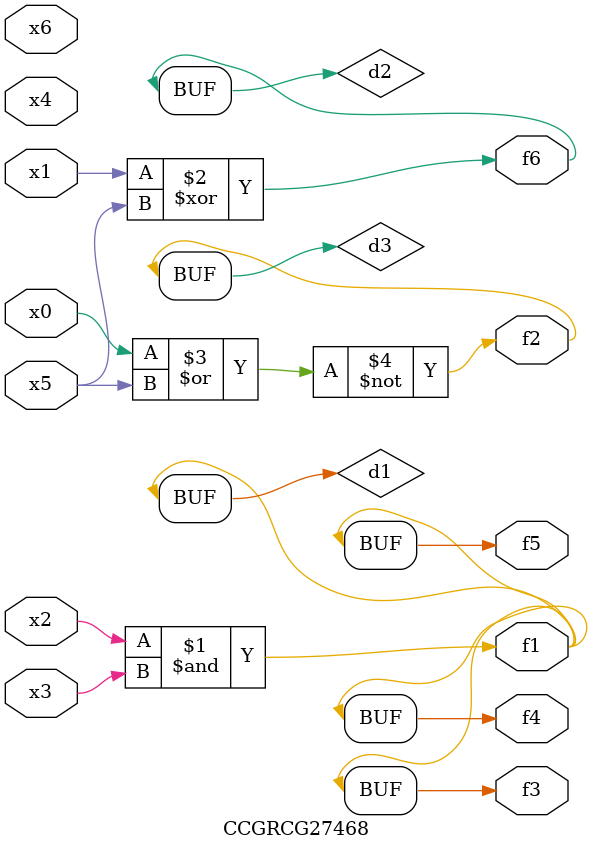
<source format=v>
module CCGRCG27468(
	input x0, x1, x2, x3, x4, x5, x6,
	output f1, f2, f3, f4, f5, f6
);

	wire d1, d2, d3;

	and (d1, x2, x3);
	xor (d2, x1, x5);
	nor (d3, x0, x5);
	assign f1 = d1;
	assign f2 = d3;
	assign f3 = d1;
	assign f4 = d1;
	assign f5 = d1;
	assign f6 = d2;
endmodule

</source>
